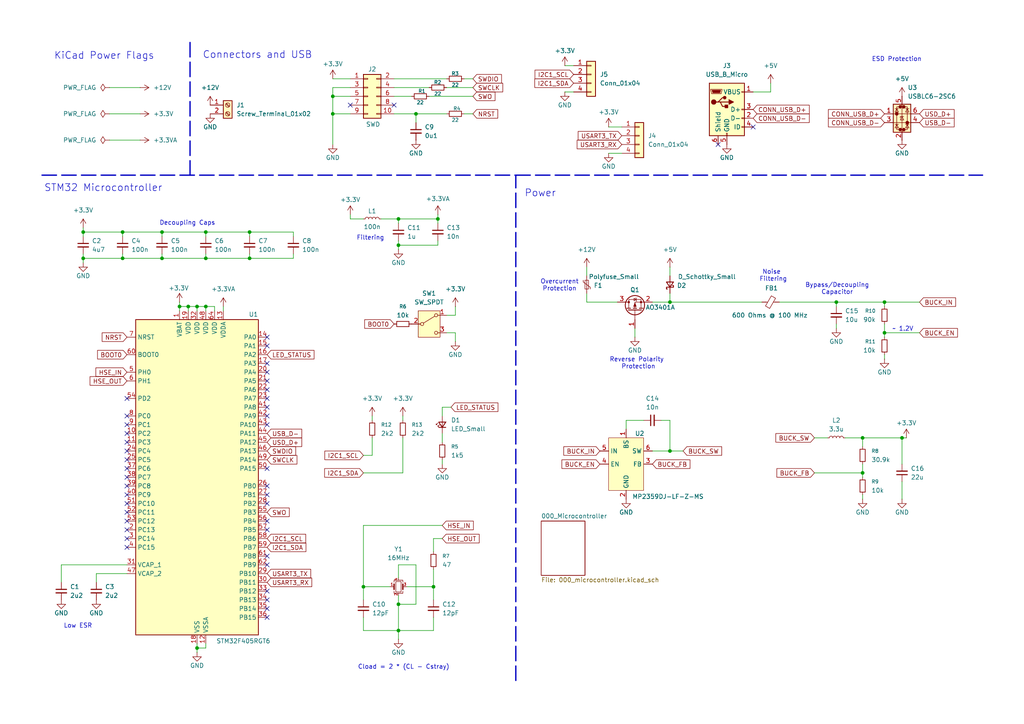
<source format=kicad_sch>
(kicad_sch (version 20250114) (generator "eeschema") (generator_version "9.0")
  (paper "A4")
  (title_block (title "STM32F405RGT6 Simple Test Board") (date "2025-11-04") (rev "1.0") (company "@Lendzeg - Nelson Rodriguez"))
  (lib_symbols
    (symbol "Connector:Screw_Terminal_01x02" (pin_names (offset 1.016) (hide yes))
      (property "Reference" "J" (at 0 2.54 0))
      (property "Value" "Screw_Terminal_01x02" (at 0 -5.08 0))
      (symbol "Screw_Terminal_01x02_1_1"
        (pin passive line (at -5.08 0 0) (length 3.81) (name "Pin_1") (number "1"))
        (pin passive line (at -5.08 -2.54 0) (length 3.81) (name "Pin_2") (number "2"))
      )
    )
    (symbol "Connector:USB_B_Micro" (pin_names (offset 1.016))
      (property "Reference" "J" (at -5.08 11.43 0))
      (property "Value" "USB_B_Micro" (at -5.08 8.89 0))
      (symbol "USB_B_Micro_1_1"
        (pin passive line (at -2.54 -10.16 90) (length 2.54) (name "Shield") (number "6"))
        (pin power_out line (at 0 -10.16 90) (length 2.54) (name "GND") (number "5"))
        (pin power_out line (at 7.62 5.08 180) (length 2.54) (name "VBUS") (number "1"))
        (pin bidirectional line (at 7.62 0 180) (length 2.54) (name "D+") (number "3"))
        (pin bidirectional line (at 7.62 -2.54 180) (length 2.54) (name "D-") (number "2"))
        (pin passive line (at 7.62 -5.08 180) (length 2.54) (name "ID") (number "4"))
      )
    )
    (symbol "Connector_Generic:Conn_01x04" (pin_names (offset 1.016) (hide yes))
      (property "Reference" "J" (at 0 5.08 0))
      (property "Value" "Conn_01x04" (at 0 -7.62 0))
      (symbol "Conn_01x04_1_1"
        (pin passive line (at -5.08 2.54 0) (length 3.81) (name "Pin_1") (number "1"))
        (pin passive line (at -5.08 0 0) (length 3.81) (name "Pin_2") (number "2"))
        (pin passive line (at -5.08 -2.54 0) (length 3.81) (name "Pin_3") (number "3"))
        (pin passive line (at -5.08 -5.08 0) (length 3.81) (name "Pin_4") (number "4"))
      )
    )
    (symbol "Connector_Generic:Conn_02x05_Odd_Even" (pin_names (offset 1.016) (hide yes))
      (property "Reference" "J" (at 1.27 7.62 0))
      (property "Value" "Conn_02x05_Odd_Even" (at 1.27 -7.62 0))
      (symbol "Conn_02x05_Odd_Even_1_1"
        (pin passive line (at -5.08 5.08 0) (length 3.81) (name "Pin_1") (number "1"))
        (pin passive line (at -5.08 2.54 0) (length 3.81) (name "Pin_3") (number "3"))
        (pin passive line (at -5.08 0 0) (length 3.81) (name "Pin_5") (number "5"))
        (pin passive line (at -5.08 -2.54 0) (length 3.81) (name "Pin_7") (number "7"))
        (pin passive line (at -5.08 -5.08 0) (length 3.81) (name "Pin_9") (number "9"))
        (pin passive line (at 7.62 5.08 180) (length 3.81) (name "Pin_2") (number "2"))
        (pin passive line (at 7.62 2.54 180) (length 3.81) (name "Pin_4") (number "4"))
        (pin passive line (at 7.62 0 180) (length 3.81) (name "Pin_6") (number "6"))
        (pin passive line (at 7.62 -2.54 180) (length 3.81) (name "Pin_8") (number "8"))
        (pin passive line (at 7.62 -5.08 180) (length 3.81) (name "Pin_10") (number "10"))
      )
    )
    (symbol "Device:C_Small" (pin_numbers (hide yes)) (pin_names (offset 0.254) (hide yes))
      (property "Reference" "C" (at 0.254 1.778 0))
      (property "Value" "C_Small" (at 0.254 -2.032 0))
      (symbol "C_Small_1_1"
        (pin passive line (at 0 2.54 270) (length 2.032) (name "~") (number "1"))
        (pin passive line (at 0 -2.54 90) (length 2.032) (name "~") (number "2"))
      )
    )
    (symbol "Device:Crystal_GND24_Small" (pin_names (offset 1.016) (hide yes))
      (property "Reference" "Y" (at 1.27 4.445 0))
      (property "Value" "Crystal_GND24_Small" (at 1.27 2.54 0))
      (symbol "Crystal_GND24_Small_1_1"
        (pin passive line (at -2.54 0 0) (length 1.27) (name "1") (number "1"))
        (pin passive line (at 0 2.54 270) (length 0.635) (name "4") (number "4"))
        (pin passive line (at 0 -2.54 90) (length 0.635) (name "2") (number "2"))
        (pin passive line (at 2.54 0 180) (length 1.27) (name "3") (number "3"))
      )
    )
    (symbol "Device:D_Schottky_Small" (pin_numbers (hide yes)) (pin_names (offset 0.254) (hide yes))
      (property "Reference" "D" (at -1.27 2.032 0))
      (property "Value" "D_Schottky_Small" (at -7.112 -2.032 0))
      (symbol "D_Schottky_Small_1_1"
        (pin passive line (at -2.54 0 0) (length 1.778) (name "K") (number "1"))
        (pin passive line (at 2.54 0 180) (length 1.778) (name "A") (number "2"))
      )
    )
    (symbol "Device:FerriteBead_Small" (pin_numbers (hide yes)) (pin_names (offset 0))
      (property "Reference" "FB" (at 1.905 1.27 0))
      (property "Value" "FerriteBead_Small" (at 1.905 -1.27 0))
      (symbol "FerriteBead_Small_1_1"
        (pin passive line (at 0 2.54 270) (length 1.27) (name "~") (number "1"))
        (pin passive line (at 0 -2.54 90) (length 1.27) (name "~") (number "2"))
      )
    )
    (symbol "Device:LED_Small" (pin_numbers (hide yes)) (pin_names (offset 0.254) (hide yes))
      (property "Reference" "D" (at -1.27 3.175 0))
      (property "Value" "LED_Small" (at -4.445 -2.54 0))
      (symbol "LED_Small_1_1"
        (pin passive line (at -2.54 0 0) (length 1.778) (name "K") (number "1"))
        (pin passive line (at 2.54 0 180) (length 1.778) (name "A") (number "2"))
      )
    )
    (symbol "Device:L_Small" (pin_numbers (hide yes)) (pin_names (offset 0.254) (hide yes))
      (property "Reference" "L" (at 0.762 1.016 0))
      (property "Value" "L_Small" (at 0.762 -1.016 0))
      (symbol "L_Small_1_1"
        (pin passive line (at 0 2.54 270) (length 0.508) (name "~") (number "1"))
        (pin passive line (at 0 -2.54 90) (length 0.508) (name "~") (number "2"))
      )
    )
    (symbol "Device:Polyfuse_Small" (pin_numbers (hide yes)) (pin_names (offset 0))
      (property "Reference" "F" (at -1.905 0 90))
      (property "Value" "Polyfuse_Small" (at 1.905 0 90))
      (symbol "Polyfuse_Small_1_1"
        (pin passive line (at 0 2.54 270) (length 0.635) (name "~") (number "1"))
        (pin passive line (at 0 -2.54 90) (length 0.635) (name "~") (number "2"))
      )
    )
    (symbol "Device:R_Small" (pin_numbers (hide yes)) (pin_names (offset 0.254) (hide yes))
      (property "Reference" "R" (at 0 0 90))
      (property "Value" "R_Small" (at 1.778 0 90))
      (symbol "R_Small_1_1"
        (pin passive line (at 0 2.54 270) (length 0.762) (name "~") (number "1"))
        (pin passive line (at 0 -2.54 90) (length 0.762) (name "~") (number "2"))
      )
    )
    (symbol "MCU_ST_STM32F4:STM32F405RGTx"
      (property "Reference" "U" (at -17.78 46.99 0))
      (property "Value" "STM32F405RGTx" (at 10.16 46.99 0))
      (symbol "STM32F405RGTx_1_1"
        (pin input line (at -20.32 40.64 0) (length 2.54) (name "NRST") (number "7"))
        (pin input line (at -20.32 35.56 0) (length 2.54) (name "BOOT0") (number "60"))
        (pin bidirectional line (at -20.32 30.48 0) (length 2.54) (name "PH0") (number "5"))
        (pin bidirectional line (at -20.32 27.94 0) (length 2.54) (name "PH1") (number "6"))
        (pin bidirectional line (at -20.32 22.86 0) (length 2.54) (name "PD2") (number "54"))
        (pin bidirectional line (at -20.32 17.78 0) (length 2.54) (name "PC0") (number "8"))
        (pin bidirectional line (at -20.32 15.24 0) (length 2.54) (name "PC1") (number "9"))
        (pin bidirectional line (at -20.32 12.7 0) (length 2.54) (name "PC2") (number "10"))
        (pin bidirectional line (at -20.32 10.16 0) (length 2.54) (name "PC3") (number "11"))
        (pin bidirectional line (at -20.32 7.62 0) (length 2.54) (name "PC4") (number "24"))
        (pin bidirectional line (at -20.32 5.08 0) (length 2.54) (name "PC5") (number "25"))
        (pin bidirectional line (at -20.32 2.54 0) (length 2.54) (name "PC6") (number "37"))
        (pin bidirectional line (at -20.32 0 0) (length 2.54) (name "PC7") (number "38"))
        (pin bidirectional line (at -20.32 -2.54 0) (length 2.54) (name "PC8") (number "39"))
        (pin bidirectional line (at -20.32 -5.08 0) (length 2.54) (name "PC9") (number "40"))
        (pin bidirectional line (at -20.32 -7.62 0) (length 2.54) (name "PC10") (number "51"))
        (pin bidirectional line (at -20.32 -10.16 0) (length 2.54) (name "PC11") (number "52"))
        (pin bidirectional line (at -20.32 -12.7 0) (length 2.54) (name "PC12") (number "53"))
        (pin bidirectional line (at -20.32 -15.24 0) (length 2.54) (name "PC13") (number "2"))
        (pin bidirectional line (at -20.32 -17.78 0) (length 2.54) (name "PC14") (number "3"))
        (pin bidirectional line (at -20.32 -20.32 0) (length 2.54) (name "PC15") (number "4"))
        (pin power_out line (at -20.32 -25.4 0) (length 2.54) (name "VCAP_1") (number "31"))
        (pin power_out line (at -20.32 -27.94 0) (length 2.54) (name "VCAP_2") (number "47"))
        (pin power_in line (at -5.08 48.26 270) (length 2.54) (name "VBAT") (number "1"))
        (pin power_in line (at -2.54 48.26 270) (length 2.54) (name "VDD") (number "19"))
        (pin power_in line (at 0 48.26 270) (length 2.54) (name "VDD") (number "32"))
        (pin power_in line (at 0 -48.26 90) (length 2.54) (name "VSS") (number "18"))
        (pin passive line (at 0 -48.26 90) (length 2.54) (hide yes) (name "VSS") (number "63"))
        (pin power_in line (at 2.54 48.26 270) (length 2.54) (name "VDD") (number "48"))
        (pin power_in line (at 2.54 -48.26 90) (length 2.54) (name "VSSA") (number "12"))
        (pin power_in line (at 5.08 48.26 270) (length 2.54) (name "VDD") (number "64"))
        (pin power_in line (at 7.62 48.26 270) (length 2.54) (name "VDDA") (number "13"))
        (pin bidirectional line (at 20.32 40.64 180) (length 2.54) (name "PA0") (number "14"))
        (pin bidirectional line (at 20.32 38.1 180) (length 2.54) (name "PA1") (number "15"))
        (pin bidirectional line (at 20.32 35.56 180) (length 2.54) (name "PA2") (number "16"))
        (pin bidirectional line (at 20.32 33.02 180) (length 2.54) (name "PA3") (number "17"))
        (pin bidirectional line (at 20.32 30.48 180) (length 2.54) (name "PA4") (number "20"))
        (pin bidirectional line (at 20.32 27.94 180) (length 2.54) (name "PA5") (number "21"))
        (pin bidirectional line (at 20.32 25.4 180) (length 2.54) (name "PA6") (number "22"))
        (pin bidirectional line (at 20.32 22.86 180) (length 2.54) (name "PA7") (number "23"))
        (pin bidirectional line (at 20.32 20.32 180) (length 2.54) (name "PA8") (number "41"))
        (pin bidirectional line (at 20.32 17.78 180) (length 2.54) (name "PA9") (number "42"))
        (pin bidirectional line (at 20.32 15.24 180) (length 2.54) (name "PA10") (number "43"))
        (pin bidirectional line (at 20.32 12.7 180) (length 2.54) (name "PA11") (number "44"))
        (pin bidirectional line (at 20.32 10.16 180) (length 2.54) (name "PA12") (number "45"))
        (pin bidirectional line (at 20.32 7.62 180) (length 2.54) (name "PA13") (number "46"))
        (pin bidirectional line (at 20.32 5.08 180) (length 2.54) (name "PA14") (number "49"))
        (pin bidirectional line (at 20.32 2.54 180) (length 2.54) (name "PA15") (number "50"))
        (pin bidirectional line (at 20.32 -2.54 180) (length 2.54) (name "PB0") (number "26"))
        (pin bidirectional line (at 20.32 -5.08 180) (length 2.54) (name "PB1") (number "27"))
        (pin bidirectional line (at 20.32 -7.62 180) (length 2.54) (name "PB2") (number "28"))
        (pin bidirectional line (at 20.32 -10.16 180) (length 2.54) (name "PB3") (number "55"))
        (pin bidirectional line (at 20.32 -12.7 180) (length 2.54) (name "PB4") (number "56"))
        (pin bidirectional line (at 20.32 -15.24 180) (length 2.54) (name "PB5") (number "57"))
        (pin bidirectional line (at 20.32 -17.78 180) (length 2.54) (name "PB6") (number "58"))
        (pin bidirectional line (at 20.32 -20.32 180) (length 2.54) (name "PB7") (number "59"))
        (pin bidirectional line (at 20.32 -22.86 180) (length 2.54) (name "PB8") (number "61"))
        (pin bidirectional line (at 20.32 -25.4 180) (length 2.54) (name "PB9") (number "62"))
        (pin bidirectional line (at 20.32 -27.94 180) (length 2.54) (name "PB10") (number "29"))
        (pin bidirectional line (at 20.32 -30.48 180) (length 2.54) (name "PB11") (number "30"))
        (pin bidirectional line (at 20.32 -33.02 180) (length 2.54) (name "PB12") (number "33"))
        (pin bidirectional line (at 20.32 -35.56 180) (length 2.54) (name "PB13") (number "34"))
        (pin bidirectional line (at 20.32 -38.1 180) (length 2.54) (name "PB14") (number "35"))
        (pin bidirectional line (at 20.32 -40.64 180) (length 2.54) (name "PB15") (number "36"))
      )
    )
    (symbol "Power_Protection:USBLC6-2SC6" (pin_names (hide yes))
      (property "Reference" "U" (at 0.635 5.715 0))
      (property "Value" "USBLC6-2SC6" (at 0.635 3.81 0))
      (symbol "USBLC6-2SC6_1_1"
        (pin passive line (at -5.08 0 0) (length 2.54) (name "I/O1") (number "1"))
        (pin passive line (at -5.08 -2.54 0) (length 2.54) (name "I/O2") (number "3"))
        (pin passive line (at 0 5.08 270) (length 2.54) (name "VBUS") (number "5"))
        (pin passive line (at 0 -7.62 90) (length 2.54) (name "GND") (number "2"))
        (pin passive line (at 5.08 0 180) (length 2.54) (name "I/O1") (number "6"))
        (pin passive line (at 5.08 -2.54 180) (length 2.54) (name "I/O2") (number "4"))
      )
    )
    (symbol "Switch:SW_SPDT" (pin_names (offset 0) (hide yes))
      (property "Reference" "SW" (at 0 5.08 0))
      (property "Value" "SW_SPDT" (at 0 -5.08 0))
      (symbol "SW_SPDT_1_1"
        (pin passive line (at -5.08 0 0) (length 2.54) (name "B") (number "2"))
        (pin passive line (at 5.08 2.54 180) (length 2.54) (name "A") (number "1"))
        (pin passive line (at 5.08 -2.54 180) (length 2.54) (name "C") (number "3"))
      )
    )
    (symbol "Transistor_FET:AO3401A" (pin_names (hide yes))
      (property "Reference" "Q" (at 5.08 1.905 0))
      (property "Value" "AO3401A" (at 5.08 0 0))
      (symbol "AO3401A_1_1"
        (pin input line (at -5.08 0 0) (length 2.54) (name "G") (number "1"))
        (pin passive line (at 2.54 5.08 270) (length 2.54) (name "D") (number "3"))
        (pin passive line (at 2.54 -5.08 90) (length 2.54) (name "S") (number "2"))
      )
    )
    (symbol "lendzeg_symbols:MP2359DJ-LF-Z-MS"
      (property "Reference" "U2" (at 10.16 5.08 0))
      (property "Value" "MP2359DJ-LF-Z-MS" (at 9.398 -13.208 0))
      (symbol "MP2359DJ-LF-Z-MS_1_1"
        (pin input line (at 0 0 0) (length 2.54) (name "IN") (number "5"))
        (pin input line (at 0 -3.81 0) (length 2.54) (name "EN") (number "4"))
        (pin input line (at 7.62 6.35 270) (length 2.54) (name "BS") (number "1"))
        (pin power_in line (at 7.62 -13.97 90) (length 2.54) (name "GND") (number "2"))
        (pin output line (at 15.24 0 180) (length 2.54) (name "SW") (number "6"))
        (pin input line (at 15.24 -3.81 180) (length 2.54) (name "FB") (number "3"))
      )
    )
    (symbol "power:+12V" (power) (pin_numbers (hide yes)) (pin_names (offset 0) (hide yes))
      (property "Value" "+12V" (at 0 3.556 0))
      (symbol "+12V_1_1"
        (pin power_in line (at 0 0 90) (length 0) (name "~") (number "1"))
      )
    )
    (symbol "power:+3.3V" (power) (pin_numbers (hide yes)) (pin_names (offset 0) (hide yes))
      (property "Value" "+3.3V" (at 0 3.556 0))
      (symbol "+3.3V_1_1"
        (pin power_in line (at 0 0 90) (length 0) (name "~") (number "1"))
      )
    )
    (symbol "power:+3.3VA" (power) (pin_numbers (hide yes)) (pin_names (offset 0) (hide yes))
      (property "Value" "+3.3VA" (at 0 3.556 0))
      (symbol "+3.3VA_1_1"
        (pin power_in line (at 0 0 90) (length 0) (name "~") (number "1"))
      )
    )
    (symbol "power:GND" (power) (pin_numbers (hide yes)) (pin_names (offset 0) (hide yes))
      (property "Value" "GND" (at 0 -3.81 0))
      (symbol "GND_1_1"
        (pin power_in line (at 0 0 270) (length 0) (name "~") (number "1"))
      )
    )
    (symbol "power:PWR_FLAG" (power) (pin_numbers (hide yes)) (pin_names (offset 0) (hide yes))
      (property "Value" "PWR_FLAG" (at 0 3.81 0))
      (symbol "PWR_FLAG_0_0"
        (pin power_out line (at 0 0 90) (length 0) (name "~") (number "1"))
      )
    )
  )
  (text "STM32 Microcontroller" (at 29.972 54.61 0) (effects (font (size 2.032 2.032))))
  (text "Low ESR" (at 22.606 181.61 0) (effects (font (size 1.27 1.27))))
  (text "Overcurrent\nProtection" (at 162.306 82.804 0) (effects (font (size 1.27 1.27))))
  (text "KiCad Power Flags" (at 30.226 16.256 0) (effects (font (size 2.032 2.032))))
  (text "Bypass/Decoupling\nCapacitor" (at 242.824 83.82 0) (effects (font (size 1.27 1.27))))
  (text "~ 1.2V" (at 261.874 95.504 0) (effects (font (size 1.27 1.27))))
  (text "Connectors and USB" (at 74.676 16.002 0) (effects (font (size 2.032 2.032))))
  (text "Decoupling Caps" (at 54.356 64.77 0) (effects (font (size 1.27 1.27))))
  (text "Filtering" (at 107.442 69.088 0) (effects (font (size 1.27 1.27))))
  (text "ESD Protection" (at 260.096 17.272 0) (effects (font (size 1.27 1.27))))
  (text "Cload = 2 * (CL - Cstray)" (at 117.094 193.548 0) (effects (font (size 1.27 1.27))))
  (text "Power" (at 156.718 56.134 0) (effects (font (size 2.032 2.032))))
  (text "Noise \nFiltering" (at 224.282 80.01 0) (effects (font (size 1.27 1.27))))
  (text "Reverse Polarity \nProtection" (at 185.166 105.41 0) (effects (font (size 1.27 1.27))))
  (junction (at 256.54 96.52))
  (junction (at 46.99 67.31))
  (junction (at 250.19 137.16))
  (junction (at 24.13 74.93))
  (junction (at 194.31 130.81))
  (junction (at 250.19 127))
  (junction (at 35.56 67.31))
  (junction (at 72.39 74.93))
  (junction (at 105.41 170.18))
  (junction (at 96.52 33.02))
  (junction (at 52.07 88.9))
  (junction (at 46.99 74.93))
  (junction (at 115.57 182.88))
  (junction (at 115.57 71.12))
  (junction (at 115.57 175.26))
  (junction (at 72.39 67.31))
  (junction (at 59.69 88.9))
  (junction (at 59.69 74.93))
  (junction (at 125.73 170.18))
  (junction (at 127 63.5))
  (junction (at 24.13 67.31))
  (junction (at 54.61 88.9))
  (junction (at 194.31 87.63))
  (junction (at 256.54 87.63))
  (junction (at 59.69 67.31))
  (junction (at 115.57 63.5))
  (junction (at 120.65 33.02))
  (junction (at 96.52 27.94))
  (junction (at 242.57 87.63))
  (junction (at 57.15 187.96))
  (junction (at 261.62 127))
  (junction (at 57.15 88.9))
  (junction (at 35.56 74.93))
  (no_connect (at 36.83 146.05))
  (no_connect (at 77.47 161.29))
  (no_connect (at 36.83 138.43))
  (no_connect (at 77.47 107.95))
  (no_connect (at 36.83 125.73))
  (no_connect (at 36.83 135.89))
  (no_connect (at 36.83 115.57))
  (no_connect (at 36.83 133.35))
  (no_connect (at 77.47 146.05))
  (no_connect (at 77.47 140.97))
  (no_connect (at 77.47 135.89))
  (no_connect (at 36.83 128.27))
  (no_connect (at 77.47 105.41))
  (no_connect (at 77.47 110.49))
  (no_connect (at 77.47 113.03))
  (no_connect (at 36.83 123.19))
  (no_connect (at 77.47 120.65))
  (no_connect (at 36.83 120.65))
  (no_connect (at 77.47 163.83))
  (no_connect (at 36.83 151.13))
  (no_connect (at 77.47 171.45))
  (no_connect (at 36.83 140.97))
  (no_connect (at 36.83 158.75))
  (no_connect (at 77.47 173.99))
  (no_connect (at 77.47 115.57))
  (no_connect (at 77.47 176.53))
  (no_connect (at 36.83 153.67))
  (no_connect (at 77.47 143.51))
  (no_connect (at 77.47 151.13))
  (no_connect (at 77.47 118.11))
  (no_connect (at 77.47 123.19))
  (no_connect (at 101.6 30.48))
  (no_connect (at 114.3 30.48))
  (no_connect (at 36.83 130.81))
  (no_connect (at 77.47 100.33))
  (no_connect (at 77.47 179.07))
  (no_connect (at 36.83 148.59))
  (no_connect (at 36.83 143.51))
  (no_connect (at 36.83 156.21))
  (no_connect (at 77.47 153.67))
  (no_connect (at 77.47 97.79))
  (no_connect (at 218.44 36.83))
  (no_connect (at 208.28 41.91))
  (polyline (pts (xy 149.606 197.358) (xy 149.606 50.8)) (stroke (width 0.381) (type dash)))
  (wire (pts (xy 57.15 187.96) (xy 57.15 189.23)))
  (wire (pts (xy 57.15 186.69) (xy 57.15 187.96)))
  (wire (pts (xy 170.18 87.63) (xy 179.07 87.63)))
  (wire (pts (xy 24.13 66.04) (xy 24.13 67.31)))
  (wire (pts (xy 72.39 73.66) (xy 72.39 74.93)))
  (wire (pts (xy 170.18 85.09) (xy 170.18 87.63)))
  (wire (pts (xy 245.11 127) (xy 250.19 127)))
  (wire (pts (xy 256.54 93.98) (xy 256.54 96.52)))
  (wire (pts (xy 125.73 156.21) (xy 128.27 156.21)))
  (wire (pts (xy 128.27 118.11) (xy 130.81 118.11)))
  (wire (pts (xy 256.54 88.9) (xy 256.54 87.63)))
  (wire (pts (xy 101.6 27.94) (xy 96.52 27.94)))
  (wire (pts (xy 261.62 127) (xy 262.89 127)))
  (wire (pts (xy 194.31 121.92) (xy 194.31 130.81)))
  (wire (pts (xy 256.54 96.52) (xy 266.7 96.52)))
  (wire (pts (xy 218.44 26.67) (xy 223.52 26.67)))
  (wire (pts (xy 57.15 88.9) (xy 59.69 88.9)))
  (wire (pts (xy 250.19 144.78) (xy 250.19 143.51)))
  (wire (pts (xy 59.69 186.69) (xy 59.69 187.96)))
  (wire (pts (xy 59.69 68.58) (xy 59.69 67.31)))
  (wire (pts (xy 107.95 127) (xy 107.95 132.08)))
  (wire (pts (xy 181.61 121.92) (xy 186.69 121.92)))
  (wire (pts (xy 35.56 67.31) (xy 46.99 67.31)))
  (wire (pts (xy 114.3 33.02) (xy 120.65 33.02)))
  (wire (pts (xy 129.54 25.4) (xy 137.16 25.4)))
  (wire (pts (xy 132.08 91.44) (xy 132.08 88.9)))
  (wire (pts (xy 59.69 187.96) (xy 57.15 187.96)))
  (wire (pts (xy 115.57 69.85) (xy 115.57 71.12)))
  (wire (pts (xy 101.6 22.86) (xy 96.52 22.86)))
  (wire (pts (xy 115.57 167.64) (xy 115.57 163.83)))
  (wire (pts (xy 115.57 71.12) (xy 115.57 72.39)))
  (polyline (pts (xy 149.606 50.8) (xy 284.988 50.8)) (stroke (width 0.381) (type dash)))
  (wire (pts (xy 120.65 175.26) (xy 115.57 175.26)))
  (wire (pts (xy 242.57 93.98) (xy 242.57 95.25)))
  (wire (pts (xy 46.99 68.58) (xy 46.99 67.31)))
  (wire (pts (xy 194.31 85.09) (xy 194.31 87.63)))
  (wire (pts (xy 96.52 33.02) (xy 96.52 41.91)))
  (wire (pts (xy 194.31 77.47) (xy 194.31 80.01)))
  (wire (pts (xy 46.99 73.66) (xy 46.99 74.93)))
  (wire (pts (xy 120.65 35.56) (xy 120.65 33.02)))
  (wire (pts (xy 250.19 127) (xy 250.19 129.54)))
  (wire (pts (xy 52.07 88.9) (xy 52.07 90.17)))
  (wire (pts (xy 223.52 24.13) (xy 223.52 26.67)))
  (wire (pts (xy 72.39 67.31) (xy 85.09 67.31)))
  (wire (pts (xy 226.06 87.63) (xy 242.57 87.63)))
  (wire (pts (xy 118.11 170.18) (xy 125.73 170.18)))
  (wire (pts (xy 35.56 74.93) (xy 35.56 73.66)))
  (wire (pts (xy 194.31 87.63) (xy 220.98 87.63)))
  (wire (pts (xy 24.13 73.66) (xy 24.13 74.93)))
  (wire (pts (xy 191.77 121.92) (xy 194.31 121.92)))
  (wire (pts (xy 250.19 127) (xy 261.62 127)))
  (wire (pts (xy 125.73 170.18) (xy 125.73 173.99)))
  (wire (pts (xy 181.61 124.46) (xy 181.61 121.92)))
  (wire (pts (xy 31.75 33.02) (xy 40.64 33.02)))
  (wire (pts (xy 24.13 67.31) (xy 24.13 68.58)))
  (wire (pts (xy 105.41 173.99) (xy 105.41 170.18)))
  (wire (pts (xy 36.83 163.83) (xy 17.78 163.83)))
  (wire (pts (xy 27.94 166.37) (xy 27.94 168.91)))
  (wire (pts (xy 163.83 19.05) (xy 166.37 19.05)))
  (wire (pts (xy 62.23 88.9) (xy 62.23 90.17)))
  (wire (pts (xy 105.41 132.08) (xy 107.95 132.08)))
  (wire (pts (xy 127 63.5) (xy 127 64.77)))
  (wire (pts (xy 115.57 63.5) (xy 127 63.5)))
  (wire (pts (xy 24.13 67.31) (xy 35.56 67.31)))
  (wire (pts (xy 57.15 90.17) (xy 57.15 88.9)))
  (wire (pts (xy 176.53 36.83) (xy 180.34 36.83)))
  (wire (pts (xy 59.69 73.66) (xy 59.69 74.93)))
  (wire (pts (xy 59.69 90.17) (xy 59.69 88.9)))
  (wire (pts (xy 59.69 67.31) (xy 72.39 67.31)))
  (wire (pts (xy 128.27 152.4) (xy 105.41 152.4)))
  (wire (pts (xy 85.09 67.31) (xy 85.09 68.58)))
  (wire (pts (xy 35.56 67.31) (xy 35.56 68.58)))
  (wire (pts (xy 132.08 96.52) (xy 132.08 99.06)))
  (wire (pts (xy 114.3 27.94) (xy 119.38 27.94)))
  (wire (pts (xy 105.41 137.16) (xy 116.84 137.16)))
  (wire (pts (xy 115.57 71.12) (xy 127 71.12)))
  (wire (pts (xy 242.57 87.63) (xy 242.57 88.9)))
  (wire (pts (xy 127 62.23) (xy 127 63.5)))
  (wire (pts (xy 46.99 67.31) (xy 59.69 67.31)))
  (wire (pts (xy 129.54 91.44) (xy 132.08 91.44)))
  (wire (pts (xy 17.78 163.83) (xy 17.78 168.91)))
  (wire (pts (xy 198.12 130.81) (xy 194.31 130.81)))
  (wire (pts (xy 120.65 163.83) (xy 120.65 175.26)))
  (wire (pts (xy 134.62 33.02) (xy 137.16 33.02)))
  (wire (pts (xy 105.41 170.18) (xy 113.03 170.18)))
  (wire (pts (xy 194.31 130.81) (xy 189.23 130.81)))
  (wire (pts (xy 59.69 88.9) (xy 62.23 88.9)))
  (wire (pts (xy 184.15 95.25) (xy 184.15 97.79)))
  (wire (pts (xy 115.57 64.77) (xy 115.57 63.5)))
  (polyline (pts (xy 55.118 50.8) (xy 55.118 11.938)) (stroke (width 0.381) (type dash)))
  (wire (pts (xy 236.22 137.16) (xy 250.19 137.16)))
  (wire (pts (xy 46.99 74.93) (xy 59.69 74.93)))
  (wire (pts (xy 54.61 88.9) (xy 57.15 88.9)))
  (wire (pts (xy 114.3 25.4) (xy 124.46 25.4)))
  (wire (pts (xy 250.19 134.62) (xy 250.19 137.16)))
  (wire (pts (xy 128.27 120.65) (xy 128.27 118.11)))
  (wire (pts (xy 101.6 62.23) (xy 101.6 63.5)))
  (wire (pts (xy 166.37 26.67) (xy 163.83 26.67)))
  (wire (pts (xy 120.65 33.02) (xy 129.54 33.02)))
  (wire (pts (xy 85.09 74.93) (xy 85.09 73.66)))
  (wire (pts (xy 31.75 25.4) (xy 40.64 25.4)))
  (wire (pts (xy 35.56 74.93) (xy 46.99 74.93)))
  (wire (pts (xy 116.84 127) (xy 116.84 137.16)))
  (wire (pts (xy 129.54 96.52) (xy 132.08 96.52)))
  (wire (pts (xy 115.57 175.26) (xy 115.57 172.72)))
  (wire (pts (xy 72.39 68.58) (xy 72.39 67.31)))
  (wire (pts (xy 105.41 182.88) (xy 115.57 182.88)))
  (wire (pts (xy 54.61 90.17) (xy 54.61 88.9)))
  (wire (pts (xy 127 71.12) (xy 127 69.85)))
  (wire (pts (xy 101.6 63.5) (xy 105.41 63.5)))
  (wire (pts (xy 105.41 152.4) (xy 105.41 170.18)))
  (wire (pts (xy 125.73 160.02) (xy 125.73 156.21)))
  (wire (pts (xy 115.57 175.26) (xy 115.57 182.88)))
  (wire (pts (xy 256.54 96.52) (xy 256.54 97.79)))
  (wire (pts (xy 31.75 40.64) (xy 40.64 40.64)))
  (wire (pts (xy 64.77 88.9) (xy 64.77 90.17)))
  (wire (pts (xy 134.62 22.86) (xy 137.16 22.86)))
  (wire (pts (xy 125.73 182.88) (xy 125.73 179.07)))
  (wire (pts (xy 36.83 166.37) (xy 27.94 166.37)))
  (wire (pts (xy 128.27 133.35) (xy 128.27 134.62)))
  (wire (pts (xy 124.46 27.94) (xy 137.16 27.94)))
  (wire (pts (xy 250.19 137.16) (xy 250.19 138.43)))
  (wire (pts (xy 176.53 44.45) (xy 180.34 44.45)))
  (wire (pts (xy 261.62 127) (xy 261.62 134.62)))
  (wire (pts (xy 24.13 74.93) (xy 35.56 74.93)))
  (wire (pts (xy 101.6 33.02) (xy 96.52 33.02)))
  (wire (pts (xy 110.49 63.5) (xy 115.57 63.5)))
  (wire (pts (xy 24.13 74.93) (xy 24.13 76.2)))
  (wire (pts (xy 101.6 25.4) (xy 96.52 25.4)))
  (wire (pts (xy 107.95 120.65) (xy 107.95 121.92)))
  (wire (pts (xy 128.27 125.73) (xy 128.27 128.27)))
  (wire (pts (xy 129.54 22.86) (xy 114.3 22.86)))
  (wire (pts (xy 59.69 74.93) (xy 72.39 74.93)))
  (wire (pts (xy 256.54 87.63) (xy 266.7 87.63)))
  (wire (pts (xy 115.57 182.88) (xy 125.73 182.88)))
  (wire (pts (xy 96.52 25.4) (xy 96.52 27.94)))
  (wire (pts (xy 115.57 182.88) (xy 115.57 185.42)))
  (wire (pts (xy 116.84 120.65) (xy 116.84 121.92)))
  (wire (pts (xy 242.57 87.63) (xy 256.54 87.63)))
  (wire (pts (xy 105.41 179.07) (xy 105.41 182.88)))
  (wire (pts (xy 170.18 77.47) (xy 170.18 80.01)))
  (wire (pts (xy 261.62 139.7) (xy 261.62 144.78)))
  (wire (pts (xy 189.23 87.63) (xy 194.31 87.63)))
  (wire (pts (xy 256.54 104.14) (xy 256.54 102.87)))
  (polyline (pts (xy 12.192 50.8) (xy 149.606 50.8)) (stroke (width 0.381) (type dash)))
  (wire (pts (xy 72.39 74.93) (xy 85.09 74.93)))
  (wire (pts (xy 115.57 163.83) (xy 120.65 163.83)))
  (wire (pts (xy 236.22 127) (xy 240.03 127)))
  (wire (pts (xy 96.52 27.94) (xy 96.52 33.02)))
  (wire (pts (xy 52.07 87.63) (xy 52.07 88.9)))
  (wire (pts (xy 125.73 165.1) (xy 125.73 170.18)))
  (wire (pts (xy 52.07 88.9) (xy 54.61 88.9)))
  (global_label "LED_STATUS" (shape input) (at 77.47 102.87 0) (property "Intersheetrefs" "${INTERSHEET_REFS}" (effects (hide yes))))
  (global_label "BOOT0" (shape input) (at 36.83 102.87 180) (property "Intersheetrefs" "${INTERSHEET_REFS}" (effects (hide yes))))
  (global_label "USD_D+" (shape input) (at 77.47 128.27 0) (property "Intersheetrefs" "${INTERSHEET_REFS}" (effects (hide yes))))
  (global_label "LED_STATUS" (shape input) (at 130.81 118.11 0) (property "Intersheetrefs" "${INTERSHEET_REFS}" (effects (hide yes))))
  (global_label "CONN_USB_D+" (shape input) (at 256.54 33.02 180) (property "Intersheetrefs" "${INTERSHEET_REFS}" (effects (hide yes))))
  (global_label "I2C1_SCL" (shape input) (at 77.47 156.21 0) (property "Intersheetrefs" "${INTERSHEET_REFS}" (effects (hide yes))))
  (global_label "I2C1_SDA" (shape input) (at 105.41 137.16 180) (property "Intersheetrefs" "${INTERSHEET_REFS}" (effects (hide yes))))
  (global_label "USB_D-" (shape input) (at 77.47 125.73 0) (property "Intersheetrefs" "${INTERSHEET_REFS}" (effects (hide yes))))
  (global_label "NRST" (shape input) (at 137.16 33.02 0) (property "Intersheetrefs" "${INTERSHEET_REFS}" (effects (hide yes))))
  (global_label "I2C1_SCL" (shape input) (at 105.41 132.08 180) (property "Intersheetrefs" "${INTERSHEET_REFS}" (effects (hide yes))))
  (global_label "BUCK_FB" (shape input) (at 189.23 134.62 0) (property "Intersheetrefs" "${INTERSHEET_REFS}" (effects (hide yes))))
  (global_label "SWO" (shape input) (at 137.16 27.94 0) (property "Intersheetrefs" "${INTERSHEET_REFS}" (effects (hide yes))))
  (global_label "BUCK_EN" (shape input) (at 266.7 96.52 0) (property "Intersheetrefs" "${INTERSHEET_REFS}" (effects (hide yes))))
  (global_label "SWCLK" (shape input) (at 137.16 25.4 0) (property "Intersheetrefs" "${INTERSHEET_REFS}" (effects (hide yes))))
  (global_label "I2C1_SCL" (shape input) (at 166.37 21.59 180) (property "Intersheetrefs" "${INTERSHEET_REFS}" (effects (hide yes))))
  (global_label "BUCK_FB" (shape input) (at 236.22 137.16 180) (property "Intersheetrefs" "${INTERSHEET_REFS}" (effects (hide yes))))
  (global_label "I2C1_SDA" (shape input) (at 77.47 158.75 0) (property "Intersheetrefs" "${INTERSHEET_REFS}" (effects (hide yes))))
  (global_label "USART3_RX" (shape input) (at 77.47 168.91 0) (property "Intersheetrefs" "${INTERSHEET_REFS}" (effects (hide yes))))
  (global_label "HSE_IN" (shape input) (at 128.27 152.4 0) (property "Intersheetrefs" "${INTERSHEET_REFS}" (effects (hide yes))))
  (global_label "BUCK_SW" (shape input) (at 198.12 130.81 0) (property "Intersheetrefs" "${INTERSHEET_REFS}" (effects (hide yes))))
  (global_label "BUCK_SW" (shape input) (at 236.22 127 180) (property "Intersheetrefs" "${INTERSHEET_REFS}" (effects (hide yes))))
  (global_label "CONN_USB_D-" (shape input) (at 218.44 34.29 0) (property "Intersheetrefs" "${INTERSHEET_REFS}" (effects (hide yes))))
  (global_label "SWDIO" (shape input) (at 77.47 130.81 0) (property "Intersheetrefs" "${INTERSHEET_REFS}" (effects (hide yes))))
  (global_label "HSE_OUT" (shape input) (at 128.27 156.21 0) (property "Intersheetrefs" "${INTERSHEET_REFS}" (effects (hide yes))))
  (global_label "USART3_TX" (shape input) (at 77.47 166.37 0) (property "Intersheetrefs" "${INTERSHEET_REFS}" (effects (hide yes))))
  (global_label "USB_D-" (shape input) (at 266.7 35.56 0) (property "Intersheetrefs" "${INTERSHEET_REFS}" (effects (hide yes))))
  (global_label "USD_D+" (shape input) (at 266.7 33.02 0) (property "Intersheetrefs" "${INTERSHEET_REFS}" (effects (hide yes))))
  (global_label "USART3_TX" (shape input) (at 180.34 39.37 180) (property "Intersheetrefs" "${INTERSHEET_REFS}" (effects (hide yes))))
  (global_label "BUCK_IN" (shape input) (at 266.7 87.63 0) (property "Intersheetrefs" "${INTERSHEET_REFS}" (effects (hide yes))))
  (global_label "CONN_USB_D+" (shape input) (at 218.44 31.75 0) (property "Intersheetrefs" "${INTERSHEET_REFS}" (effects (hide yes))))
  (global_label "BUCK_EN" (shape input) (at 173.99 134.62 180) (property "Intersheetrefs" "${INTERSHEET_REFS}" (effects (hide yes))))
  (global_label "I2C1_SDA" (shape input) (at 166.37 24.13 180) (property "Intersheetrefs" "${INTERSHEET_REFS}" (effects (hide yes))))
  (global_label "USART3_RX" (shape input) (at 180.34 41.91 180) (property "Intersheetrefs" "${INTERSHEET_REFS}" (effects (hide yes))))
  (global_label "SWDIO" (shape input) (at 137.16 22.86 0) (property "Intersheetrefs" "${INTERSHEET_REFS}" (effects (hide yes))))
  (global_label "BOOT0" (shape input) (at 114.3 93.98 180) (property "Intersheetrefs" "${INTERSHEET_REFS}" (effects (hide yes))))
  (global_label "HSE_IN" (shape input) (at 36.83 107.95 180) (property "Intersheetrefs" "${INTERSHEET_REFS}" (effects (hide yes))))
  (global_label "SWO" (shape input) (at 77.47 148.59 0) (property "Intersheetrefs" "${INTERSHEET_REFS}" (effects (hide yes))))
  (global_label "BUCK_IN" (shape input) (at 173.99 130.81 180) (property "Intersheetrefs" "${INTERSHEET_REFS}" (effects (hide yes))))
  (global_label "HSE_OUT" (shape input) (at 36.83 110.49 180) (property "Intersheetrefs" "${INTERSHEET_REFS}" (effects (hide yes))))
  (global_label "SWCLK" (shape input) (at 77.47 133.35 0) (property "Intersheetrefs" "${INTERSHEET_REFS}" (effects (hide yes))))
  (global_label "NRST" (shape input) (at 36.83 97.79 180) (property "Intersheetrefs" "${INTERSHEET_REFS}" (effects (hide yes))))
  (global_label "CONN_USB_D-" (shape input) (at 256.54 35.56 180) (property "Intersheetrefs" "${INTERSHEET_REFS}" (effects (hide yes))))
  (symbol (lib_id "Device:R_Small") (at 127 25.4 90) (mirror x) (unit 1)
    (property "Reference" "R2" (at 128.016 23.876 90) (effects (font (size 1.016 1.016)) (justify left)))
    (property "Value" "22" (at 128.016 27.178 90) (effects (font (size 1.016 1.016)) (justify left)))
    (property "Description" "Resistor, small symbol" (effects (hide yes)))
  )
  (symbol (lib_id "Device:R_Small") (at 116.84 93.98 90) (unit 1)
    (property "Reference" "R6" (at 116.84 88.9 90) (effects (font (size 1.016 1.016))))
    (property "Value" "10k" (at 116.84 91.44 90))
    (property "Description" "Resistor, small symbol" (effects (hide yes)))
  )
  (symbol (lib_id "Device:C_Small") (at 24.13 71.12 0) (unit 1)
    (property "Reference" "C2" (at 26.67 69.8562 0) (effects (justify left)))
    (property "Value" "4u7" (at 26.67 72.3962 0) (effects (justify left)))
    (property "Description" "Unpolarized capacitor, small symbol" (effects (hide yes)))
  )
  (symbol (lib_id "power:GND") (at 184.15 97.79 0) (unit 1)
    (property "Reference" "#PWR024" (effects (hide yes)))
    (property "Value" "GND" (at 184.15 101.6 0))
    (property "Description" "Power symbol creates a global label with name \"GND\" , ground" (effects (hide yes)))
  )
  (symbol (lib_id "power:PWR_FLAG") (at 31.75 40.64 90) (unit 1)
    (property "Reference" "#FLG03" (effects (hide yes)))
    (property "Value" "PWR_FLAG" (at 23.114 40.64 90))
    (property "Description" "Special symbol for telling ERC where power comes from" (effects (hide yes)))
  )
  (symbol (lib_id "Device:R_Small") (at 128.27 130.81 0) (unit 1)
    (property "Reference" "R5" (at 130.81 129.5399 0) (effects (font (size 1.016 1.016)) (justify left)))
    (property "Value" "1k5" (at 130.81 132.0799 0) (effects (justify left)))
    (property "Description" "Resistor, small symbol" (effects (hide yes)))
  )
  (symbol (lib_id "power:GND") (at 261.62 40.64 0) (unit 1)
    (property "Reference" "#PWR027" (effects (hide yes)))
    (property "Value" "GND" (at 261.62 44.45 0))
    (property "Description" "Power symbol creates a global label with name \"GND\" , ground" (effects (hide yes)))
  )
  (symbol (lib_id "Device:C_Small") (at 242.57 91.44 0) (unit 1)
    (property "Reference" "C15" (at 245.11 90.1762 0) (effects (justify left)))
    (property "Value" "10u" (at 245.11 92.7162 0) (effects (justify left)))
    (property "Description" "Unpolarized capacitor, small symbol" (effects (hide yes)))
  )
  (symbol (lib_id "power:+3.3V") (at 40.64 25.4 270) (unit 1)
    (property "Reference" "#PWR033" (effects (hide yes)))
    (property "Value" "+12V" (at 44.45 25.3999 90) (effects (justify left)))
    (property "Description" "Power symbol creates a global label with name \"+3.3V\"" (effects (hide yes)))
  )
  (symbol (lib_id "power:PWR_FLAG") (at 31.75 33.02 90) (unit 1)
    (property "Reference" "#FLG02" (effects (hide yes)))
    (property "Value" "PWR_FLAG" (at 27.94 33.0199 90) (effects (justify left)))
    (property "Description" "Special symbol for telling ERC where power comes from" (effects (hide yes)))
  )
  (symbol (lib_id "Device:R_Small") (at 121.92 27.94 90) (mirror x) (unit 1)
    (property "Reference" "R1" (at 123.444 26.416 90) (effects (font (size 1.016 1.016)) (justify left)))
    (property "Value" "22" (at 122.936 29.718 90) (effects (font (size 1.016 1.016)) (justify left)))
    (property "Description" "Resistor, small symbol" (effects (hide yes)))
  )
  (symbol (lib_id "power:+3.3V") (at 60.96 30.48 0) (unit 1)
    (property "Reference" "#PWR02" (effects (hide yes)))
    (property "Value" "+12V" (at 60.96 25.4 0))
    (property "Description" "Power symbol creates a global label with name \"+3.3V\"" (effects (hide yes)))
  )
  (symbol (lib_id "power:GND") (at 57.15 189.23 0) (unit 1)
    (property "Reference" "#PWR08" (effects (hide yes)))
    (property "Value" "GND" (at 57.15 193.04 0))
    (property "Description" "Power symbol creates a global label with name \"GND\" , ground" (effects (hide yes)))
  )
  (symbol (lib_id "Device:C_Small") (at 46.99 71.12 0) (unit 1)
    (property "Reference" "C5" (at 49.53 69.8562 0) (effects (justify left)))
    (property "Value" "100n" (at 49.53 72.3962 0) (effects (justify left)))
    (property "Description" "Unpolarized capacitor, small symbol" (effects (hide yes)))
  )
  (symbol (lib_id "Device:C_Small") (at 17.78 171.45 0) (unit 1)
    (property "Reference" "C1" (at 20.32 170.1862 0) (effects (justify left)))
    (property "Value" "2u2" (at 20.32 172.7262 0) (effects (justify left)))
    (property "Description" "Unpolarized capacitor, small symbol" (effects (hide yes)))
  )
  (symbol (lib_id "power:+3.3V") (at 40.64 33.02 270) (unit 1)
    (property "Reference" "#PWR036" (effects (hide yes)))
    (property "Value" "+3.3V" (at 44.45 33.0199 90) (effects (justify left)))
    (property "Description" "Power symbol creates a global label with name \"+3.3V\"" (effects (hide yes)))
  )
  (symbol (lib_id "power:GND") (at 132.08 99.06 0) (unit 1)
    (property "Reference" "#PWR019" (effects (hide yes)))
    (property "Value" "GND" (at 132.08 102.87 0))
    (property "Description" "Power symbol creates a global label with name \"GND\" , ground" (effects (hide yes)))
  )
  (symbol (lib_id "Device:R_Small") (at 256.54 100.33 0) (mirror y) (unit 1)
    (property "Reference" "R11" (at 254 99.0599 0) (effects (font (size 1.016 1.016)) (justify left)))
    (property "Value" "10k" (at 254 101.5999 0) (effects (justify left)))
    (property "Description" "Resistor, small symbol" (effects (hide yes)))
  )
  (symbol (lib_id "power:GND") (at 261.62 144.78 0) (unit 1)
    (property "Reference" "#PWR031" (effects (hide yes)))
    (property "Value" "GND" (at 261.62 148.59 0))
    (property "Description" "Power symbol creates a global label with name \"GND\" , ground" (effects (hide yes)))
  )
  (symbol (lib_id "MCU_ST_STM32F4:STM32F405RGTx") (at 57.15 138.43 0) (unit 1)
    (property "Reference" "U1" (at 72.136 91.186 0) (effects (justify left)))
    (property "Value" "STM32F405RGT6" (at 62.738 185.928 0) (effects (justify left)))
    (property "Footprint" "Package_QFP:LQFP-64_10x10mm_P0.5mm" (effects (hide yes)))
    (property "Datasheet" "https://www.st.com/resource/en/datasheet/stm32f405rg.pdf" (effects (hide yes)))
    (property "Description" "STMicroelectronics Arm Cortex-M4 MCU, 1024KB flash, 192KB RAM, 168 MHz, 1.8-3.6V, 51 GPIO, LQFP64" (effects (hide yes)))
  )
  (symbol (lib_id "Device:C_Small") (at 72.39 71.12 0) (unit 1)
    (property "Reference" "C7" (at 74.93 69.8562 0) (effects (justify left)))
    (property "Value" "100n" (at 74.93 72.3962 0) (effects (justify left)))
    (property "Description" "Unpolarized capacitor, small symbol" (effects (hide yes)))
  )
  (symbol (lib_id "Device:FerriteBead_Small") (at 223.52 87.63 90) (unit 1)
    (property "Reference" "FB1" (at 223.774 83.566 90))
    (property "Value" "600 Ohms @ 100 MHz" (at 223.266 91.44 90))
    (property "Description" "Ferrite bead, small symbol" (effects (hide yes)))
  )
  (symbol (lib_id "power:+3.3V") (at 132.08 88.9 0) (unit 1)
    (property "Reference" "#PWR018" (effects (hide yes)))
    (property "Value" "+3.3V" (at 132.08 83.82 0))
    (property "Description" "Power symbol creates a global label with name \"+3.3V\"" (effects (hide yes)))
  )
  (symbol (lib_id "power:GND") (at 96.52 41.91 0) (unit 1)
    (property "Reference" "#PWR011" (effects (hide yes)))
    (property "Value" "GND" (at 96.52 45.72 0))
    (property "Description" "Power symbol creates a global label with name \"GND\" , ground" (effects (hide yes)))
  )
  (symbol (lib_id "power:+12V") (at 194.31 77.47 0) (unit 1)
    (property "Reference" "#PWR025" (effects (hide yes)))
    (property "Value" "+5V" (at 194.31 72.39 0))
    (property "Description" "Power symbol creates a global label with name \"+12V\"" (effects (hide yes)))
  )
  (symbol (lib_id "Device:C_Small") (at 189.23 121.92 90) (unit 1)
    (property "Reference" "C14" (at 189.2363 115.57 90))
    (property "Value" "10n" (at 189.2363 118.11 90))
    (property "Description" "Unpolarized capacitor, small symbol" (effects (hide yes)))
  )
  (symbol (lib_id "Device:C_Small") (at 261.62 137.16 180) (unit 1)
    (property "Reference" "C16" (at 264.16 135.8835 0) (effects (justify right)))
    (property "Value" "22u" (at 264.16 138.4235 0) (effects (justify right)))
    (property "Description" "Unpolarized capacitor, small symbol" (effects (hide yes)))
  )
  (symbol (lib_id "power:+3.3VA") (at 127 62.23 0) (unit 1)
    (property "Reference" "#PWR017" (effects (hide yes)))
    (property "Value" "+3.3VA" (at 127 57.658 0))
    (property "Description" "Power symbol creates a global label with name \"+3.3VA\"" (effects (hide yes)))
  )
  (symbol (lib_id "power:GND") (at 24.13 76.2 0) (unit 1)
    (property "Reference" "#PWR05" (effects (hide yes)))
    (property "Value" "GND" (at 24.13 80.01 0))
    (property "Description" "Power symbol creates a global label with name \"GND\" , ground" (effects (hide yes)))
  )
  (symbol (lib_id "Connector:Screw_Terminal_01x02") (at 66.04 30.48 0) (unit 1)
    (property "Reference" "J1" (at 68.58 30.4799 0) (effects (justify left)))
    (property "Value" "Screw_Terminal_01x02" (at 68.58 33.0199 0) (effects (justify left)))
    (property "Description" "Generic screw terminal, single row, 01x02, script generated (kicad-library-utils/schlib/autogen/connector/)" (effects (hide yes)))
  )
  (symbol (lib_id "power:+12V") (at 223.52 24.13 0) (unit 1)
    (property "Reference" "#PWR022" (effects (hide yes)))
    (property "Value" "+5V" (at 223.52 19.05 0))
    (property "Description" "Power symbol creates a global label with name \"+12V\"" (effects (hide yes)))
  )
  (symbol (lib_id "Device:R_Small") (at 132.08 33.02 90) (mirror x) (unit 1)
    (property "Reference" "R4" (at 133.604 31.496 90) (effects (font (size 1.016 1.016)) (justify left)))
    (property "Value" "22" (at 133.096 34.798 90) (effects (font (size 1.016 1.016)) (justify left)))
    (property "Description" "Resistor, small symbol" (effects (hide yes)))
  )
  (symbol (lib_id "power:+3.3V") (at 176.53 36.83 0) (unit 1)
    (property "Reference" "#PWR039" (effects (hide yes)))
    (property "Value" "+3.3V" (at 176.53 32.512 0))
    (property "Description" "Power symbol creates a global label with name \"+3.3V\"" (effects (hide yes)))
  )
  (symbol (lib_id "Connector:USB_B_Micro") (at 210.82 31.75 0) (unit 1)
    (property "Reference" "J3" (at 210.82 19.05 0))
    (property "Value" "USB_B_Micro" (at 210.82 21.59 0))
    (property "Footprint" "Connector_USB:USB_C_Receptacle_GCT_USB4125-xx-x-0190_6P_TopMnt_Horizontal" (effects (hide yes)))
    (property "Description" "USB Micro Type B connector" (effects (hide yes)))
  )
  (symbol (lib_id "Device:LED_Small") (at 128.27 123.19 90) (unit 1)
    (property "Reference" "D1" (at 130.81 121.8564 90) (effects (justify right)))
    (property "Value" "LED_Small" (at 130.81 124.3964 90) (effects (justify right)))
    (property "Description" "Light emitting diode, small symbol" (effects (hide yes)))
    (property "Sim.Pin" "1=K 2=A" (effects (hide yes)))
  )
  (symbol (lib_id "power:+3.3V") (at 24.13 66.04 0) (unit 1)
    (property "Reference" "#PWR04" (effects (hide yes)))
    (property "Value" "+3.3V" (at 24.13 60.96 0))
    (property "Description" "Power symbol creates a global label with name \"+3.3V\"" (effects (hide yes)))
  )
  (symbol (lib_id "Device:Polyfuse_Small") (at 170.18 82.55 180) (unit 1)
    (property "Reference" "F1" (at 173.482 82.804 0))
    (property "Value" "Polyfuse_Small" (at 178.054 80.264 0))
    (property "Description" "Resettable fuse, polymeric positive temperature coefficient, small symbol" (effects (hide yes)))
  )
  (symbol (lib_id "Device:R_Small") (at 125.73 162.56 0) (unit 1)
    (property "Reference" "R7" (at 128.27 161.2899 0) (effects (font (size 1.016 1.016)) (justify left)))
    (property "Value" "47" (at 128.27 163.8299 0) (effects (justify left)))
    (property "Description" "Resistor, small symbol" (effects (hide yes)))
  )
  (symbol (lib_id "power:+3.3V") (at 52.07 87.63 0) (unit 1)
    (property "Reference" "#PWR07" (effects (hide yes)))
    (property "Value" "+3.3V" (at 51.816 83.566 0))
    (property "Description" "Power symbol creates a global label with name \"+3.3V\"" (effects (hide yes)))
  )
  (symbol (lib_id "power:GND") (at 176.53 44.45 0) (unit 1)
    (property "Reference" "#PWR041" (effects (hide yes)))
    (property "Value" "GND" (at 176.53 48.26 0))
    (property "Description" "Power symbol creates a global label with name \"GND\" , ground" (effects (hide yes)))
  )
  (symbol (lib_id "power:GND") (at 120.65 40.64 0) (unit 1)
    (property "Reference" "#PWR012" (effects (hide yes)))
    (property "Value" "GND" (at 120.65 44.45 0))
    (property "Description" "Power symbol creates a global label with name \"GND\" , ground" (effects (hide yes)))
  )
  (symbol (lib_id "Device:C_Small") (at 59.69 71.12 0) (unit 1)
    (property "Reference" "C6" (at 62.23 69.8562 0) (effects (justify left)))
    (property "Value" "100n" (at 62.23 72.3962 0) (effects (justify left)))
    (property "Description" "Unpolarized capacitor, small symbol" (effects (hide yes)))
  )
  (symbol (lib_id "power:GND") (at 27.94 173.99 0) (unit 1)
    (property "Reference" "#PWR06" (effects (hide yes)))
    (property "Value" "GND" (at 27.94 177.8 0))
    (property "Description" "Power symbol creates a global label with name \"GND\" , ground" (effects (hide yes)))
  )
  (symbol (lib_id "power:GND") (at 115.57 72.39 0) (unit 1)
    (property "Reference" "#PWR015" (effects (hide yes)))
    (property "Value" "GND" (at 115.57 76.2 0))
    (property "Description" "Power symbol creates a global label with name \"GND\" , ground" (effects (hide yes)))
  )
  (symbol (lib_id "Device:R_Small") (at 116.84 124.46 0) (unit 1)
    (property "Reference" "R13" (at 119.38 123.1899 0) (effects (font (size 1.016 1.016)) (justify left)))
    (property "Value" "2k2" (at 119.38 125.7299 0) (effects (justify left)))
    (property "Description" "Resistor, small symbol" (effects (hide yes)))
  )
  (symbol (lib_id "Device:R_Small") (at 256.54 91.44 0) (mirror y) (unit 1)
    (property "Reference" "R10" (at 254 90.1699 0) (effects (font (size 1.016 1.016)) (justify left)))
    (property "Value" "90k" (at 254 92.7099 0) (effects (justify left)))
    (property "Description" "Resistor, small symbol" (effects (hide yes)))
  )
  (symbol (lib_id "Device:R_Small") (at 132.08 22.86 90) (mirror x) (unit 1)
    (property "Reference" "R3" (at 133.096 21.336 90) (effects (font (size 1.016 1.016)) (justify left)))
    (property "Value" "22" (at 133.096 24.638 90) (effects (font (size 1.016 1.016)) (justify left)))
    (property "Description" "Resistor, small symbol" (effects (hide yes)))
  )
  (symbol (lib_id "power:+3.3V") (at 107.95 120.65 0) (unit 1)
    (property "Reference" "#PWR034" (effects (hide yes)))
    (property "Value" "+3.3V" (at 107.95 115.57 0))
    (property "Description" "Power symbol creates a global label with name \"+3.3V\"" (effects (hide yes)))
  )
  (symbol (lib_id "Power_Protection:USBLC6-2SC6") (at 261.62 33.02 0) (unit 1)
    (property "Reference" "U3" (at 263.2711 25.4 0) (effects (justify left)))
    (property "Value" "USBLC6-2SC6" (at 263.2711 27.94 0) (effects (justify left)))
    (property "Footprint" "Package_TO_SOT_SMD:SOT-23-6" (effects (hide yes)))
    (property "Datasheet" "https://www.st.com/resource/en/datasheet/usblc6-2.pdf" (effects (hide yes)))
    (property "Description" "Very low capacitance ESD protection diode, 2 data-line, SOT-23-6" (effects (hide yes)))
  )
  (symbol (lib_id "power:GND") (at 128.27 134.62 0) (unit 1)
    (property "Reference" "#PWR014" (effects (hide yes)))
    (property "Value" "GND" (at 128.27 138.43 0))
    (property "Description" "Power symbol creates a global label with name \"GND\" , ground" (effects (hide yes)))
  )
  (symbol (lib_id "Connector_Generic:Conn_01x04") (at 185.42 39.37 0) (unit 1)
    (property "Reference" "J4" (at 187.96 39.3699 0) (effects (justify left)))
    (property "Value" "Conn_01x04" (at 187.96 41.9099 0) (effects (justify left)))
    (property "Description" "Generic connector, single row, 01x04, script generated (kicad-library-utils/schlib/autogen/connector/)" (effects (hide yes)))
  )
  (symbol (lib_id "Device:C_Small") (at 35.56 71.12 0) (unit 1)
    (property "Reference" "C4" (at 38.1 69.8562 0) (effects (justify left)))
    (property "Value" "100n" (at 38.1 72.3962 0) (effects (justify left)))
    (property "Description" "Unpolarized capacitor, small symbol" (effects (hide yes)))
  )
  (symbol (lib_id "Connector_Generic:Conn_02x05_Odd_Even") (at 106.68 27.94 0) (unit 1)
    (property "Reference" "J2" (at 107.95 20.066 0))
    (property "Value" "SWD" (at 108.204 36.068 0))
    (property "Description" "Generic connector, double row, 02x05, odd/even pin numbering scheme (row 1 odd numbers, row 2 even numbers), script generated (kicad-library-utils/schlib/autogen/connector/)" (effects (hide yes)))
  )
  (symbol (lib_id "power:GND") (at 242.57 95.25 0) (unit 1)
    (property "Reference" "#PWR028" (effects (hide yes)))
    (property "Value" "GND" (at 242.57 99.06 0))
    (property "Description" "Power symbol creates a global label with name \"GND\" , ground" (effects (hide yes)))
  )
  (symbol (lib_id "power:GND") (at 115.57 185.42 0) (unit 1)
    (property "Reference" "#PWR016" (effects (hide yes)))
    (property "Value" "GND" (at 115.57 189.23 0))
    (property "Description" "Power symbol creates a global label with name \"GND\" , ground" (effects (hide yes)))
  )
  (symbol (lib_id "Device:D_Schottky_Small") (at 194.31 82.55 90) (unit 1)
    (property "Reference" "D2" (at 196.342 82.804 90) (effects (justify right)))
    (property "Value" "D_Schottky_Small" (at 196.596 80.264 90) (effects (justify right)))
    (property "Description" "Schottky diode, small symbol" (effects (hide yes)))
  )
  (symbol (lib_id "Device:L_Small") (at 242.57 127 90) (unit 1)
    (property "Reference" "L2" (at 242.57 121.92 90))
    (property "Value" "3.3u" (at 242.57 124.46 90))
    (property "Description" "Inductor, small symbol" (effects (hide yes)))
  )
  (symbol (lib_id "power:GND") (at 181.61 144.78 0) (unit 1)
    (property "Reference" "#PWR023" (effects (hide yes)))
    (property "Value" "GND" (at 181.61 148.59 0))
    (property "Description" "Power symbol creates a global label with name \"GND\" , ground" (effects (hide yes)))
  )
  (symbol (lib_id "power:+3.3V") (at 40.64 40.64 270) (unit 1)
    (property "Reference" "#PWR037" (effects (hide yes)))
    (property "Value" "+3.3VA" (at 44.45 40.6399 90) (effects (justify left)))
    (property "Description" "Power symbol creates a global label with name \"+3.3V\"" (effects (hide yes)))
  )
  (symbol (lib_id "power:+12V") (at 170.18 77.47 0) (unit 1)
    (property "Reference" "#PWR021" (effects (hide yes)))
    (property "Value" "+12V" (at 170.18 72.39 0))
    (property "Description" "Power symbol creates a global label with name \"+12V\"" (effects (hide yes)))
  )
  (symbol (lib_id "power:+3.3VA") (at 64.77 88.9 0) (unit 1)
    (property "Reference" "#PWR09" (effects (hide yes)))
    (property "Value" "+3.3VA" (at 64.77 83.82 0))
    (property "Description" "Power symbol creates a global label with name \"+3.3VA\"" (effects (hide yes)))
  )
  (symbol (lib_id "Device:R_Small") (at 250.19 140.97 0) (unit 1)
    (property "Reference" "R9" (at 252.73 139.6999 0) (effects (font (size 1.016 1.016)) (justify left)))
    (property "Value" "10k" (at 252.73 142.2399 0) (effects (justify left)))
    (property "Description" "Resistor, small symbol" (effects (hide yes)))
  )
  (symbol (lib_id "power:+3.3V") (at 101.6 62.23 0) (unit 1)
    (property "Reference" "#PWR013" (effects (hide yes)))
    (property "Value" "+3.3V" (at 101.6 57.912 0))
    (property "Description" "Power symbol creates a global label with name \"+3.3V\"" (effects (hide yes)))
  )
  (symbol (lib_id "Connector_Generic:Conn_01x04") (at 171.45 21.59 0) (unit 1)
    (property "Reference" "J5" (at 173.99 21.5899 0) (effects (justify left)))
    (property "Value" "Conn_01x04" (at 173.99 24.1299 0) (effects (justify left)))
    (property "Description" "Generic connector, single row, 01x04, script generated (kicad-library-utils/schlib/autogen/connector/)" (effects (hide yes)))
  )
  (symbol (lib_id "power:GND") (at 210.82 41.91 0) (unit 1)
    (property "Reference" "#PWR020" (effects (hide yes)))
    (property "Value" "GND" (at 210.82 45.72 0))
    (property "Description" "Power symbol creates a global label with name \"GND\" , ground" (effects (hide yes)))
  )
  (symbol (lib_id "power:+3.3V") (at 116.84 120.65 0) (unit 1)
    (property "Reference" "#PWR035" (effects (hide yes)))
    (property "Value" "+3.3V" (at 116.84 115.57 0))
    (property "Description" "Power symbol creates a global label with name \"+3.3V\"" (effects (hide yes)))
  )
  (symbol (lib_id "Device:C_Small") (at 85.09 71.12 0) (unit 1)
    (property "Reference" "C8" (at 87.63 69.8562 0) (effects (justify left)))
    (property "Value" "100n" (at 87.63 72.3962 0) (effects (justify left)))
    (property "Description" "Unpolarized capacitor, small symbol" (effects (hide yes)))
  )
  (symbol (lib_id "power:+3.3V") (at 163.83 19.05 0) (unit 1)
    (property "Reference" "#PWR038" (effects (hide yes)))
    (property "Value" "+3.3V" (at 163.83 14.732 0))
    (property "Description" "Power symbol creates a global label with name \"+3.3V\"" (effects (hide yes)))
  )
  (symbol (lib_id "lendzeg_symbols:MP2359DJ-LF-Z-MS") (at 173.99 130.81 0) (unit 1)
    (property "Reference" "U2" (at 184.15 125.73 0) (effects (justify left)))
    (property "Value" "MP2359DJ-LF-Z-MS" (at 183.388 144.018 0) (effects (justify left)))
    (property "Datasheet" "kicad-embed://MP2359DJ-LF-Z-MS.pdf" (effects (hide yes)))
    (property "Description" "High frequency, synchronous, rectified, step-down, switch-mode converter with internal power mosfets" (effects (hide yes)))
  )
  (symbol (lib_id "power:GND") (at 17.78 173.99 0) (unit 1)
    (property "Reference" "#PWR01" (effects (hide yes)))
    (property "Value" "GND" (at 17.78 177.8 0))
    (property "Description" "Power symbol creates a global label with name \"GND\" , ground" (effects (hide yes)))
  )
  (symbol (lib_id "Device:C_Small") (at 27.94 171.45 0) (unit 1)
    (property "Reference" "C3" (at 30.48 170.1862 0) (effects (justify left)))
    (property "Value" "2u2" (at 30.48 172.7262 0) (effects (justify left)))
    (property "Description" "Unpolarized capacitor, small symbol" (effects (hide yes)))
  )
  (symbol (lib_id "power:GND") (at 256.54 104.14 0) (unit 1)
    (property "Reference" "#PWR030" (effects (hide yes)))
    (property "Value" "GND" (at 256.54 107.95 0))
    (property "Description" "Power symbol creates a global label with name \"GND\" , ground" (effects (hide yes)))
  )
  (symbol (lib_id "Device:R_Small") (at 107.95 124.46 0) (unit 1)
    (property "Reference" "R12" (at 110.49 123.1899 0) (effects (font (size 1.016 1.016)) (justify left)))
    (property "Value" "2k2" (at 110.49 125.7299 0) (effects (justify left)))
    (property "Description" "Resistor, small symbol" (effects (hide yes)))
  )
  (symbol (lib_id "power:+3.3V") (at 262.89 127 0) (unit 1)
    (property "Reference" "#PWR032" (effects (hide yes)))
    (property "Value" "+3.3V" (at 262.89 122.682 0))
    (property "Description" "Power symbol creates a global label with name \"+3.3V\"" (effects (hide yes)))
  )
  (symbol (lib_id "Device:C_Small") (at 120.65 38.1 0) (unit 1)
    (property "Reference" "C9" (at 123.19 36.8362 0) (effects (justify left)))
    (property "Value" "0u1" (at 123.19 39.3762 0) (effects (justify left)))
    (property "Description" "Unpolarized capacitor, small symbol" (effects (hide yes)))
  )
  (symbol (lib_id "Device:C_Small") (at 115.57 67.31 0) (unit 1)
    (property "Reference" "C11" (at 118.11 66.0462 0) (effects (justify left)))
    (property "Value" "1u" (at 118.11 68.5862 0) (effects (justify left)))
    (property "Description" "Unpolarized capacitor, small symbol" (effects (hide yes)))
  )
  (symbol (lib_id "Device:L_Small") (at 107.95 63.5 90) (unit 1)
    (property "Reference" "L1" (at 107.95 61.214 90))
    (property "Value" "100n" (at 107.95 65.786 90))
    (property "Description" "Inductor, small symbol" (effects (hide yes)))
  )
  (symbol (lib_id "Device:C_Small") (at 105.41 176.53 0) (unit 1)
    (property "Reference" "C10" (at 107.95 175.2662 0) (effects (justify left)))
    (property "Value" "12pF" (at 107.95 177.8062 0) (effects (justify left)))
    (property "Description" "Unpolarized capacitor, small symbol" (effects (hide yes)))
  )
  (symbol (lib_id "Device:C_Small") (at 127 67.31 0) (unit 1)
    (property "Reference" "C13" (at 129.54 66.0462 0) (effects (justify left)))
    (property "Value" "10n" (at 129.54 68.5862 0) (effects (justify left)))
    (property "Description" "Unpolarized capacitor, small symbol" (effects (hide yes)))
  )
  (symbol (lib_id "power:GND") (at 163.83 26.67 0) (unit 1)
    (property "Reference" "#PWR040" (effects (hide yes)))
    (property "Value" "GND" (at 163.83 30.48 0))
    (property "Description" "Power symbol creates a global label with name \"GND\" , ground" (effects (hide yes)))
  )
  (symbol (lib_id "power:+12V") (at 261.62 27.94 0) (unit 1)
    (property "Reference" "#PWR026" (effects (hide yes)))
    (property "Value" "+5V" (at 261.62 22.86 0))
    (property "Description" "Power symbol creates a global label with name \"+12V\"" (effects (hide yes)))
  )
  (symbol (lib_id "power:GND") (at 250.19 144.78 0) (unit 1)
    (property "Reference" "#PWR029" (effects (hide yes)))
    (property "Value" "GND" (at 250.19 148.59 0))
    (property "Description" "Power symbol creates a global label with name \"GND\" , ground" (effects (hide yes)))
  )
  (symbol (lib_id "Device:Crystal_GND24_Small") (at 115.57 170.18 0) (unit 1)
    (property "Reference" "Y1" (at 115.57 159.258 0))
    (property "Value" "16MHz" (at 115.57 161.798 0))
    (property "Description" "Four pin crystal, GND on pins 2 and 4, small symbol" (effects (hide yes)))
  )
  (symbol (lib_id "Switch:SW_SPDT") (at 124.46 93.98 0) (unit 1)
    (property "Reference" "SW1" (at 124.46 85.09 0))
    (property "Value" "SW_SPDT" (at 124.46 87.63 0))
    (property "Description" "Switch, single pole double throw" (effects (hide yes)))
  )
  (symbol (lib_id "power:+3.3V") (at 96.52 22.86 0) (unit 1)
    (property "Reference" "#PWR010" (effects (hide yes)))
    (property "Value" "+3.3V" (at 96.52 18.542 0))
    (property "Description" "Power symbol creates a global label with name \"+3.3V\"" (effects (hide yes)))
  )
  (symbol (lib_id "power:GND") (at 60.96 33.02 0) (unit 1)
    (property "Reference" "#PWR03" (effects (hide yes)))
    (property "Value" "GND" (at 60.96 36.83 0))
    (property "Description" "Power symbol creates a global label with name \"GND\" , ground" (effects (hide yes)))
  )
  (symbol (lib_id "Device:C_Small") (at 125.73 176.53 0) (unit 1)
    (property "Reference" "C12" (at 128.27 175.2662 0) (effects (justify left)))
    (property "Value" "12pF" (at 128.27 177.8062 0) (effects (justify left)))
    (property "Description" "Unpolarized capacitor, small symbol" (effects (hide yes)))
  )
  (symbol (lib_id "power:PWR_FLAG") (at 31.75 25.4 90) (unit 1)
    (property "Reference" "#FLG01" (effects (hide yes)))
    (property "Value" "PWR_FLAG" (at 27.94 25.3999 90) (effects (justify left)))
    (property "Description" "Special symbol for telling ERC where power comes from" (effects (hide yes)))
  )
  (symbol (lib_id "Transistor_FET:AO3401A") (at 184.15 90.17 90) (unit 1)
    (property "Reference" "Q1" (at 184.15 84.074 90))
    (property "Value" "AO3401A" (at 191.516 89.154 90))
    (property "Footprint" "Package_TO_SOT_SMD:SOT-23" (effects (hide yes)))
    (property "Datasheet" "http://www.aosmd.com/pdfs/datasheet/AO3401A.pdf" (effects (hide yes)))
    (property "Description" "-4.0A Id, -30V Vds, P-Channel MOSFET, SOT-23" (effects (hide yes)))
  )
  (symbol (lib_id "Device:R_Small") (at 250.19 132.08 0) (unit 1)
    (property "Reference" "R8" (at 252.73 130.8099 0) (effects (font (size 1.016 1.016)) (justify left)))
    (property "Value" "30.9k" (at 252.73 133.3499 0) (effects (justify left)))
    (property "Description" "Resistor, small symbol" (effects (hide yes)))
  )
  (sheet (at 156.972 151.13) (size 12.7 15.748) (stroke (width 0.1524))
    (property "Sheetname" "000_Microcontroller" (at 156.972 150.4184 0) (effects (justify left bottom)))
    (property "Sheetfile" "000_microcontroller.kicad_sch" (at 156.972 167.4626 0) (effects (justify left top)))
  )
)
</source>
